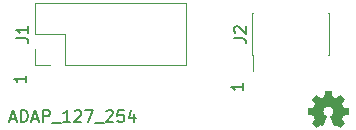
<source format=gbr>
G04 #@! TF.GenerationSoftware,KiCad,Pcbnew,5.1.5-52549c5~86~ubuntu18.04.1*
G04 #@! TF.CreationDate,2020-06-01T01:22:30-05:00*
G04 #@! TF.ProjectId,adap_127_254,61646170-5f31-4323-975f-3235342e6b69,rev?*
G04 #@! TF.SameCoordinates,Original*
G04 #@! TF.FileFunction,Legend,Top*
G04 #@! TF.FilePolarity,Positive*
%FSLAX46Y46*%
G04 Gerber Fmt 4.6, Leading zero omitted, Abs format (unit mm)*
G04 Created by KiCad (PCBNEW 5.1.5-52549c5~86~ubuntu18.04.1) date 2020-06-01 01:22:30*
%MOMM*%
%LPD*%
G04 APERTURE LIST*
%ADD10C,0.150000*%
%ADD11C,0.010000*%
%ADD12C,0.120000*%
G04 APERTURE END LIST*
D10*
X100759285Y-113831666D02*
X101235476Y-113831666D01*
X100664047Y-114117380D02*
X100997380Y-113117380D01*
X101330714Y-114117380D01*
X101664047Y-114117380D02*
X101664047Y-113117380D01*
X101902142Y-113117380D01*
X102045000Y-113165000D01*
X102140238Y-113260238D01*
X102187857Y-113355476D01*
X102235476Y-113545952D01*
X102235476Y-113688809D01*
X102187857Y-113879285D01*
X102140238Y-113974523D01*
X102045000Y-114069761D01*
X101902142Y-114117380D01*
X101664047Y-114117380D01*
X102616428Y-113831666D02*
X103092619Y-113831666D01*
X102521190Y-114117380D02*
X102854523Y-113117380D01*
X103187857Y-114117380D01*
X103521190Y-114117380D02*
X103521190Y-113117380D01*
X103902142Y-113117380D01*
X103997380Y-113165000D01*
X104045000Y-113212619D01*
X104092619Y-113307857D01*
X104092619Y-113450714D01*
X104045000Y-113545952D01*
X103997380Y-113593571D01*
X103902142Y-113641190D01*
X103521190Y-113641190D01*
X104283095Y-114212619D02*
X105045000Y-114212619D01*
X105806904Y-114117380D02*
X105235476Y-114117380D01*
X105521190Y-114117380D02*
X105521190Y-113117380D01*
X105425952Y-113260238D01*
X105330714Y-113355476D01*
X105235476Y-113403095D01*
X106187857Y-113212619D02*
X106235476Y-113165000D01*
X106330714Y-113117380D01*
X106568809Y-113117380D01*
X106664047Y-113165000D01*
X106711666Y-113212619D01*
X106759285Y-113307857D01*
X106759285Y-113403095D01*
X106711666Y-113545952D01*
X106140238Y-114117380D01*
X106759285Y-114117380D01*
X107092619Y-113117380D02*
X107759285Y-113117380D01*
X107330714Y-114117380D01*
X107902142Y-114212619D02*
X108664047Y-114212619D01*
X108854523Y-113212619D02*
X108902142Y-113165000D01*
X108997380Y-113117380D01*
X109235476Y-113117380D01*
X109330714Y-113165000D01*
X109378333Y-113212619D01*
X109425952Y-113307857D01*
X109425952Y-113403095D01*
X109378333Y-113545952D01*
X108806904Y-114117380D01*
X109425952Y-114117380D01*
X110330714Y-113117380D02*
X109854523Y-113117380D01*
X109806904Y-113593571D01*
X109854523Y-113545952D01*
X109949761Y-113498333D01*
X110187857Y-113498333D01*
X110283095Y-113545952D01*
X110330714Y-113593571D01*
X110378333Y-113688809D01*
X110378333Y-113926904D01*
X110330714Y-114022142D01*
X110283095Y-114069761D01*
X110187857Y-114117380D01*
X109949761Y-114117380D01*
X109854523Y-114069761D01*
X109806904Y-114022142D01*
X111235476Y-113450714D02*
X111235476Y-114117380D01*
X110997380Y-113069761D02*
X110759285Y-113784047D01*
X111378333Y-113784047D01*
X120467380Y-110839285D02*
X120467380Y-111410714D01*
X120467380Y-111125000D02*
X119467380Y-111125000D01*
X119610238Y-111220238D01*
X119705476Y-111315476D01*
X119753095Y-111410714D01*
X102052380Y-110204285D02*
X102052380Y-110775714D01*
X102052380Y-110490000D02*
X101052380Y-110490000D01*
X101195238Y-110585238D01*
X101290476Y-110680476D01*
X101338095Y-110775714D01*
D11*
G36*
X127660852Y-111530473D02*
G01*
X127695681Y-111530616D01*
X127729199Y-111530883D01*
X127760630Y-111531273D01*
X127789193Y-111531790D01*
X127814110Y-111532431D01*
X127834602Y-111533198D01*
X127849890Y-111534089D01*
X127859196Y-111535106D01*
X127861648Y-111535819D01*
X127863282Y-111538038D01*
X127865212Y-111542790D01*
X127867539Y-111550558D01*
X127870366Y-111561821D01*
X127873796Y-111577061D01*
X127877930Y-111596757D01*
X127882870Y-111621392D01*
X127888718Y-111651444D01*
X127895576Y-111687396D01*
X127903547Y-111729727D01*
X127908859Y-111758133D01*
X127916171Y-111797079D01*
X127923195Y-111834040D01*
X127929805Y-111868375D01*
X127935873Y-111899442D01*
X127941271Y-111926598D01*
X127945871Y-111949203D01*
X127949546Y-111966614D01*
X127952168Y-111978189D01*
X127953611Y-111983288D01*
X127953636Y-111983338D01*
X127958740Y-111990180D01*
X127962471Y-111992988D01*
X128022317Y-112017601D01*
X128075529Y-112039403D01*
X128122158Y-112058413D01*
X128162253Y-112074653D01*
X128195864Y-112088141D01*
X128223043Y-112098899D01*
X128243839Y-112106947D01*
X128258302Y-112112304D01*
X128266483Y-112114990D01*
X128268259Y-112115338D01*
X128269915Y-112115353D01*
X128271575Y-112115201D01*
X128273680Y-112114594D01*
X128276672Y-112113241D01*
X128280992Y-112110852D01*
X128287081Y-112107137D01*
X128295380Y-112101804D01*
X128306332Y-112094565D01*
X128320376Y-112085128D01*
X128337954Y-112073204D01*
X128359508Y-112058502D01*
X128385479Y-112040731D01*
X128416308Y-112019602D01*
X128452437Y-111994825D01*
X128475254Y-111979174D01*
X128505851Y-111958212D01*
X128534826Y-111938407D01*
X128561593Y-111920155D01*
X128585567Y-111903855D01*
X128606161Y-111889903D01*
X128622790Y-111878697D01*
X128634869Y-111870634D01*
X128641811Y-111866110D01*
X128643091Y-111865342D01*
X128650869Y-111862964D01*
X128659185Y-111865305D01*
X128661239Y-111866347D01*
X128665583Y-111869837D01*
X128674549Y-111878011D01*
X128687649Y-111890394D01*
X128704396Y-111906511D01*
X128724301Y-111925890D01*
X128746878Y-111948055D01*
X128771640Y-111972533D01*
X128798099Y-111998850D01*
X128820974Y-112021725D01*
X128852861Y-112053723D01*
X128879963Y-112081018D01*
X128902657Y-112104012D01*
X128921318Y-112123109D01*
X128936320Y-112138713D01*
X128948040Y-112151227D01*
X128956851Y-112161054D01*
X128963130Y-112168598D01*
X128967252Y-112174262D01*
X128969591Y-112178449D01*
X128970524Y-112181563D01*
X128970587Y-112182588D01*
X128969507Y-112186540D01*
X128966167Y-112193435D01*
X128960335Y-112203628D01*
X128951782Y-112217476D01*
X128940277Y-112235333D01*
X128925589Y-112257555D01*
X128907488Y-112284499D01*
X128885744Y-112316520D01*
X128860125Y-112353973D01*
X128849156Y-112369950D01*
X128827108Y-112402139D01*
X128806272Y-112432748D01*
X128787019Y-112461221D01*
X128769718Y-112487001D01*
X128754740Y-112509533D01*
X128742456Y-112528258D01*
X128733236Y-112542621D01*
X128727449Y-112552064D01*
X128725490Y-112555871D01*
X128725554Y-112559698D01*
X128727137Y-112566463D01*
X128730430Y-112576654D01*
X128735621Y-112590756D01*
X128742900Y-112609258D01*
X128752456Y-112632646D01*
X128764479Y-112661406D01*
X128779158Y-112696026D01*
X128789012Y-112719094D01*
X128803241Y-112752095D01*
X128816651Y-112782731D01*
X128828946Y-112810354D01*
X128839828Y-112834316D01*
X128849001Y-112853969D01*
X128856168Y-112868665D01*
X128861032Y-112877756D01*
X128862881Y-112880413D01*
X128868172Y-112883795D01*
X128877190Y-112887168D01*
X128890843Y-112890778D01*
X128910037Y-112894871D01*
X128930770Y-112898799D01*
X128990637Y-112909774D01*
X129045940Y-112919976D01*
X129096408Y-112929354D01*
X129141772Y-112937858D01*
X129181762Y-112945434D01*
X129216107Y-112952031D01*
X129244539Y-112957598D01*
X129266787Y-112962084D01*
X129282582Y-112965435D01*
X129291653Y-112967601D01*
X129293716Y-112968289D01*
X129300262Y-112974015D01*
X129302378Y-112977566D01*
X129302781Y-112982163D01*
X129303161Y-112993368D01*
X129303511Y-113010531D01*
X129303825Y-113033000D01*
X129304096Y-113060125D01*
X129304317Y-113091255D01*
X129304483Y-113125739D01*
X129304586Y-113162926D01*
X129304620Y-113200629D01*
X129304622Y-113246578D01*
X129304600Y-113285812D01*
X129304514Y-113318874D01*
X129304323Y-113346306D01*
X129303986Y-113368653D01*
X129303462Y-113386458D01*
X129302711Y-113400265D01*
X129301692Y-113410616D01*
X129300364Y-113418056D01*
X129298686Y-113423128D01*
X129296618Y-113426375D01*
X129294118Y-113428340D01*
X129291147Y-113429568D01*
X129287662Y-113430601D01*
X129287358Y-113430692D01*
X129282692Y-113431691D01*
X129271554Y-113433877D01*
X129254608Y-113437123D01*
X129232522Y-113441304D01*
X129205962Y-113446296D01*
X129175595Y-113451972D01*
X129142086Y-113458207D01*
X129106102Y-113464876D01*
X129081399Y-113469441D01*
X129037024Y-113477664D01*
X128999282Y-113484741D01*
X128967655Y-113490784D01*
X128941629Y-113495901D01*
X128920684Y-113500203D01*
X128904304Y-113503799D01*
X128891973Y-113506800D01*
X128883174Y-113509315D01*
X128877389Y-113511454D01*
X128874102Y-113513328D01*
X128873787Y-113513598D01*
X128870707Y-113518544D01*
X128865373Y-113529456D01*
X128858114Y-113545517D01*
X128849256Y-113565908D01*
X128839130Y-113589813D01*
X128828063Y-113616414D01*
X128816384Y-113644892D01*
X128804421Y-113674430D01*
X128792503Y-113704210D01*
X128780957Y-113733415D01*
X128770114Y-113761226D01*
X128760300Y-113786827D01*
X128751844Y-113809398D01*
X128745075Y-113828123D01*
X128740321Y-113842184D01*
X128737910Y-113850762D01*
X128737676Y-113852511D01*
X128738501Y-113856238D01*
X128741155Y-113862251D01*
X128745905Y-113870966D01*
X128753018Y-113882799D01*
X128762763Y-113898165D01*
X128775405Y-113917479D01*
X128791213Y-113941157D01*
X128810453Y-113969615D01*
X128833393Y-114003268D01*
X128854185Y-114033622D01*
X128882786Y-114075457D01*
X128907219Y-114111520D01*
X128927562Y-114141931D01*
X128943892Y-114166806D01*
X128956285Y-114186264D01*
X128964818Y-114200424D01*
X128969568Y-114209403D01*
X128970696Y-114212898D01*
X128969819Y-114215801D01*
X128966965Y-114220387D01*
X128961794Y-114227013D01*
X128953970Y-114236038D01*
X128943154Y-114247820D01*
X128929009Y-114262718D01*
X128911197Y-114281090D01*
X128889380Y-114303295D01*
X128863220Y-114329690D01*
X128832380Y-114360633D01*
X128815514Y-114377508D01*
X128779517Y-114413400D01*
X128748381Y-114444228D01*
X128721933Y-114470160D01*
X128699997Y-114491361D01*
X128682401Y-114507996D01*
X128668970Y-114520231D01*
X128659529Y-114528232D01*
X128653905Y-114532165D01*
X128652457Y-114532658D01*
X128650637Y-114532543D01*
X128648435Y-114532011D01*
X128645423Y-114530778D01*
X128641170Y-114528561D01*
X128635249Y-114525077D01*
X128627229Y-114520044D01*
X128616681Y-114513178D01*
X128603177Y-114504197D01*
X128586286Y-114492816D01*
X128565580Y-114478755D01*
X128540629Y-114461728D01*
X128511004Y-114441455D01*
X128476276Y-114417650D01*
X128436016Y-114390033D01*
X128433844Y-114388542D01*
X128406484Y-114369883D01*
X128380780Y-114352568D01*
X128357388Y-114337024D01*
X128336960Y-114323676D01*
X128320151Y-114312947D01*
X128307616Y-114305263D01*
X128300007Y-114301049D01*
X128298107Y-114300363D01*
X128292945Y-114302015D01*
X128282402Y-114306647D01*
X128267479Y-114313776D01*
X128249174Y-114322917D01*
X128228485Y-114333586D01*
X128216111Y-114340111D01*
X128194585Y-114351515D01*
X128174985Y-114361828D01*
X128158292Y-114370538D01*
X128145485Y-114377137D01*
X128137545Y-114381114D01*
X128135577Y-114382011D01*
X128128787Y-114381439D01*
X128122302Y-114377651D01*
X128119931Y-114373479D01*
X128115045Y-114363121D01*
X128107866Y-114347111D01*
X128098616Y-114325986D01*
X128087518Y-114300282D01*
X128074795Y-114270535D01*
X128060669Y-114237280D01*
X128045363Y-114201054D01*
X128029098Y-114162392D01*
X128012099Y-114121831D01*
X127994586Y-114079906D01*
X127976783Y-114037153D01*
X127958912Y-113994109D01*
X127941196Y-113951309D01*
X127923857Y-113909289D01*
X127907118Y-113868585D01*
X127891201Y-113829734D01*
X127876328Y-113793270D01*
X127862723Y-113759731D01*
X127850608Y-113729651D01*
X127840205Y-113703567D01*
X127831737Y-113682015D01*
X127825426Y-113665531D01*
X127821495Y-113654651D01*
X127820165Y-113649929D01*
X127820791Y-113643195D01*
X127823378Y-113637681D01*
X127829148Y-113632031D01*
X127839322Y-113624892D01*
X127847332Y-113619779D01*
X127898966Y-113584544D01*
X127943893Y-113547898D01*
X127982607Y-113509326D01*
X128015603Y-113468315D01*
X128043378Y-113424354D01*
X128052309Y-113407479D01*
X128074229Y-113356154D01*
X128089771Y-113302371D01*
X128098874Y-113247045D01*
X128101482Y-113191092D01*
X128097535Y-113135426D01*
X128086976Y-113080962D01*
X128075485Y-113043670D01*
X128052906Y-112991195D01*
X128024288Y-112942096D01*
X127990150Y-112896949D01*
X127951010Y-112856326D01*
X127907388Y-112820802D01*
X127859801Y-112790951D01*
X127836518Y-112779187D01*
X127783277Y-112758047D01*
X127729043Y-112743751D01*
X127674365Y-112736113D01*
X127619791Y-112734949D01*
X127565872Y-112740074D01*
X127513154Y-112751304D01*
X127462189Y-112768453D01*
X127413523Y-112791339D01*
X127367707Y-112819774D01*
X127325289Y-112853576D01*
X127286819Y-112892560D01*
X127252845Y-112936540D01*
X127223982Y-112985202D01*
X127203470Y-113029711D01*
X127188585Y-113073039D01*
X127178861Y-113117152D01*
X127173832Y-113164012D01*
X127172856Y-113200591D01*
X127174891Y-113249623D01*
X127181136Y-113294464D01*
X127192060Y-113337147D01*
X127208132Y-113379702D01*
X127220187Y-113405508D01*
X127244745Y-113448998D01*
X127273852Y-113489431D01*
X127308095Y-113527415D01*
X127348060Y-113563558D01*
X127394331Y-113598470D01*
X127426297Y-113619671D01*
X127439441Y-113628285D01*
X127447509Y-113634626D01*
X127451719Y-113640041D01*
X127453287Y-113645878D01*
X127453464Y-113649759D01*
X127452107Y-113654196D01*
X127448167Y-113664793D01*
X127441865Y-113681016D01*
X127433422Y-113702328D01*
X127423060Y-113728195D01*
X127410998Y-113758081D01*
X127397459Y-113791450D01*
X127382664Y-113827768D01*
X127366832Y-113866498D01*
X127350186Y-113907106D01*
X127332946Y-113949055D01*
X127315334Y-113991812D01*
X127297570Y-114034840D01*
X127279876Y-114077603D01*
X127262473Y-114119568D01*
X127245580Y-114160197D01*
X127229421Y-114198957D01*
X127214215Y-114235311D01*
X127200184Y-114268723D01*
X127187548Y-114298660D01*
X127176529Y-114324585D01*
X127167348Y-114345963D01*
X127160226Y-114362258D01*
X127155383Y-114372936D01*
X127153041Y-114377460D01*
X127153015Y-114377492D01*
X127147209Y-114382518D01*
X127143798Y-114383844D01*
X127139684Y-114382207D01*
X127130090Y-114377607D01*
X127115935Y-114370508D01*
X127098137Y-114361376D01*
X127077615Y-114350676D01*
X127061368Y-114342103D01*
X127039209Y-114330506D01*
X127018867Y-114320147D01*
X127001313Y-114311497D01*
X126987514Y-114305027D01*
X126978441Y-114301207D01*
X126975399Y-114300363D01*
X126971136Y-114302369D01*
X126961468Y-114308142D01*
X126946956Y-114317311D01*
X126928162Y-114329509D01*
X126905646Y-114344364D01*
X126879969Y-114361508D01*
X126851693Y-114380571D01*
X126821379Y-114401185D01*
X126798996Y-114416510D01*
X126763460Y-114440810D01*
X126730948Y-114462842D01*
X126701865Y-114482340D01*
X126676614Y-114499041D01*
X126655600Y-114512679D01*
X126639229Y-114522990D01*
X126627903Y-114529709D01*
X126622029Y-114532571D01*
X126621537Y-114532658D01*
X126618166Y-114531147D01*
X126611876Y-114526451D01*
X126602404Y-114518320D01*
X126589489Y-114506508D01*
X126572871Y-114490764D01*
X126552288Y-114470843D01*
X126527478Y-114446494D01*
X126498180Y-114417471D01*
X126464133Y-114383525D01*
X126458083Y-114377476D01*
X126425015Y-114344351D01*
X126396778Y-114315946D01*
X126373028Y-114291892D01*
X126353418Y-114271822D01*
X126337602Y-114255368D01*
X126325234Y-114242162D01*
X126315967Y-114231837D01*
X126309456Y-114224025D01*
X126305355Y-114218357D01*
X126303317Y-114214467D01*
X126302933Y-114212598D01*
X126304548Y-114207914D01*
X126309479Y-114198741D01*
X126317853Y-114184881D01*
X126329801Y-114166137D01*
X126345449Y-114142310D01*
X126364928Y-114113202D01*
X126388365Y-114078615D01*
X126415889Y-114038351D01*
X126419444Y-114033171D01*
X126445611Y-113994967D01*
X126467856Y-113962292D01*
X126486438Y-113934743D01*
X126501619Y-113911915D01*
X126513659Y-113893405D01*
X126522817Y-113878808D01*
X126529355Y-113867720D01*
X126533531Y-113859738D01*
X126535607Y-113854458D01*
X126535954Y-113852329D01*
X126534604Y-113846284D01*
X126530775Y-113834414D01*
X126524794Y-113817538D01*
X126516992Y-113796474D01*
X126507695Y-113772040D01*
X126497233Y-113745053D01*
X126485934Y-113716332D01*
X126474127Y-113686694D01*
X126462141Y-113656959D01*
X126450304Y-113627943D01*
X126438945Y-113600465D01*
X126428392Y-113575342D01*
X126418973Y-113553393D01*
X126411019Y-113535436D01*
X126404857Y-113522289D01*
X126400815Y-113514770D01*
X126399843Y-113513499D01*
X126396989Y-113511670D01*
X126391856Y-113509613D01*
X126383926Y-113507217D01*
X126372680Y-113504372D01*
X126357602Y-113500968D01*
X126338174Y-113496894D01*
X126313878Y-113492039D01*
X126284198Y-113486293D01*
X126248615Y-113479545D01*
X126206612Y-113471685D01*
X126187603Y-113468150D01*
X126140849Y-113459418D01*
X126100848Y-113451835D01*
X126067201Y-113445318D01*
X126039507Y-113439781D01*
X126017368Y-113435142D01*
X126000382Y-113431316D01*
X125988151Y-113428219D01*
X125980273Y-113425766D01*
X125976350Y-113423875D01*
X125976179Y-113423731D01*
X125974688Y-113422194D01*
X125973420Y-113420122D01*
X125972356Y-113416956D01*
X125971479Y-113412136D01*
X125970770Y-113405106D01*
X125970211Y-113395306D01*
X125969785Y-113382178D01*
X125969474Y-113365164D01*
X125969259Y-113343704D01*
X125969123Y-113317242D01*
X125969048Y-113285217D01*
X125969016Y-113247073D01*
X125969010Y-113202250D01*
X125969010Y-113200326D01*
X125969046Y-113161181D01*
X125969152Y-113124113D01*
X125969320Y-113089775D01*
X125969543Y-113058817D01*
X125969816Y-113031890D01*
X125970132Y-113009646D01*
X125970484Y-112992737D01*
X125970865Y-112981813D01*
X125971251Y-112977566D01*
X125976256Y-112970896D01*
X125979755Y-112968373D01*
X125984390Y-112967112D01*
X125995510Y-112964669D01*
X126012462Y-112961174D01*
X126034593Y-112956753D01*
X126061247Y-112951536D01*
X126091771Y-112945650D01*
X126125512Y-112939225D01*
X126161814Y-112932387D01*
X126192568Y-112926649D01*
X126240989Y-112917595D01*
X126282570Y-112909690D01*
X126317629Y-112902868D01*
X126346482Y-112897062D01*
X126369447Y-112892207D01*
X126386841Y-112888235D01*
X126398982Y-112885081D01*
X126406185Y-112882679D01*
X126408192Y-112881629D01*
X126411861Y-112876667D01*
X126417864Y-112865822D01*
X126425846Y-112849917D01*
X126435452Y-112829777D01*
X126446327Y-112806226D01*
X126458116Y-112780088D01*
X126470462Y-112752186D01*
X126483012Y-112723345D01*
X126495409Y-112694388D01*
X126507299Y-112666141D01*
X126518326Y-112639425D01*
X126528135Y-112615067D01*
X126536370Y-112593888D01*
X126542677Y-112576715D01*
X126546700Y-112564370D01*
X126548085Y-112557677D01*
X126548048Y-112557243D01*
X126545717Y-112552501D01*
X126539616Y-112542353D01*
X126530114Y-112527356D01*
X126517580Y-112508068D01*
X126502382Y-112485048D01*
X126484888Y-112458854D01*
X126465465Y-112430043D01*
X126444484Y-112399174D01*
X126424725Y-112370318D01*
X126397522Y-112330634D01*
X126374283Y-112296520D01*
X126354775Y-112267621D01*
X126338771Y-112243580D01*
X126326037Y-112224044D01*
X126316346Y-112208656D01*
X126309465Y-112197061D01*
X126305165Y-112188903D01*
X126303216Y-112183828D01*
X126303042Y-112182587D01*
X126303521Y-112179800D01*
X126305253Y-112176099D01*
X126308613Y-112171084D01*
X126313973Y-112164354D01*
X126321706Y-112155508D01*
X126332184Y-112144146D01*
X126345782Y-112129867D01*
X126362871Y-112112270D01*
X126383825Y-112090954D01*
X126409016Y-112065520D01*
X126438817Y-112035565D01*
X126454470Y-112019864D01*
X126482059Y-111992284D01*
X126508301Y-111966207D01*
X126532720Y-111942098D01*
X126554838Y-111920419D01*
X126574181Y-111901632D01*
X126590272Y-111886201D01*
X126602634Y-111874587D01*
X126610792Y-111867254D01*
X126614141Y-111864699D01*
X126622758Y-111862969D01*
X126627789Y-111863585D01*
X126631697Y-111865969D01*
X126641052Y-111872106D01*
X126655318Y-111881634D01*
X126673962Y-111894193D01*
X126696450Y-111909419D01*
X126722247Y-111926952D01*
X126750820Y-111946430D01*
X126781634Y-111967491D01*
X126814155Y-111989773D01*
X126815243Y-111990520D01*
X126850734Y-112014777D01*
X126883671Y-112037110D01*
X126913610Y-112057227D01*
X126940110Y-112074837D01*
X126962727Y-112089650D01*
X126981020Y-112101376D01*
X126994545Y-112109723D01*
X127002861Y-112114401D01*
X127005310Y-112115338D01*
X127009920Y-112114011D01*
X127020398Y-112110256D01*
X127035899Y-112104412D01*
X127055580Y-112096817D01*
X127078595Y-112087810D01*
X127104103Y-112077730D01*
X127131257Y-112066916D01*
X127159215Y-112055707D01*
X127187133Y-112044441D01*
X127214166Y-112033457D01*
X127239471Y-112023094D01*
X127262203Y-112013691D01*
X127281519Y-112005586D01*
X127296575Y-111999119D01*
X127306526Y-111994628D01*
X127308758Y-111993528D01*
X127316707Y-111987771D01*
X127321089Y-111982085D01*
X127322232Y-111977438D01*
X127324575Y-111966291D01*
X127327996Y-111949279D01*
X127332370Y-111927041D01*
X127337575Y-111900212D01*
X127343486Y-111869429D01*
X127349980Y-111835329D01*
X127356935Y-111798549D01*
X127364225Y-111759725D01*
X127364512Y-111758192D01*
X127373194Y-111711955D01*
X127380698Y-111672377D01*
X127387129Y-111638972D01*
X127392590Y-111611254D01*
X127397185Y-111588737D01*
X127401017Y-111570934D01*
X127404190Y-111557359D01*
X127406809Y-111547527D01*
X127408975Y-111540951D01*
X127410793Y-111537144D01*
X127411900Y-111535878D01*
X127416985Y-111534780D01*
X127428550Y-111533806D01*
X127445815Y-111532955D01*
X127468001Y-111532228D01*
X127494330Y-111531625D01*
X127524022Y-111531146D01*
X127556300Y-111530792D01*
X127590383Y-111530562D01*
X127625494Y-111530455D01*
X127660852Y-111530473D01*
G37*
X127660852Y-111530473D02*
X127695681Y-111530616D01*
X127729199Y-111530883D01*
X127760630Y-111531273D01*
X127789193Y-111531790D01*
X127814110Y-111532431D01*
X127834602Y-111533198D01*
X127849890Y-111534089D01*
X127859196Y-111535106D01*
X127861648Y-111535819D01*
X127863282Y-111538038D01*
X127865212Y-111542790D01*
X127867539Y-111550558D01*
X127870366Y-111561821D01*
X127873796Y-111577061D01*
X127877930Y-111596757D01*
X127882870Y-111621392D01*
X127888718Y-111651444D01*
X127895576Y-111687396D01*
X127903547Y-111729727D01*
X127908859Y-111758133D01*
X127916171Y-111797079D01*
X127923195Y-111834040D01*
X127929805Y-111868375D01*
X127935873Y-111899442D01*
X127941271Y-111926598D01*
X127945871Y-111949203D01*
X127949546Y-111966614D01*
X127952168Y-111978189D01*
X127953611Y-111983288D01*
X127953636Y-111983338D01*
X127958740Y-111990180D01*
X127962471Y-111992988D01*
X128022317Y-112017601D01*
X128075529Y-112039403D01*
X128122158Y-112058413D01*
X128162253Y-112074653D01*
X128195864Y-112088141D01*
X128223043Y-112098899D01*
X128243839Y-112106947D01*
X128258302Y-112112304D01*
X128266483Y-112114990D01*
X128268259Y-112115338D01*
X128269915Y-112115353D01*
X128271575Y-112115201D01*
X128273680Y-112114594D01*
X128276672Y-112113241D01*
X128280992Y-112110852D01*
X128287081Y-112107137D01*
X128295380Y-112101804D01*
X128306332Y-112094565D01*
X128320376Y-112085128D01*
X128337954Y-112073204D01*
X128359508Y-112058502D01*
X128385479Y-112040731D01*
X128416308Y-112019602D01*
X128452437Y-111994825D01*
X128475254Y-111979174D01*
X128505851Y-111958212D01*
X128534826Y-111938407D01*
X128561593Y-111920155D01*
X128585567Y-111903855D01*
X128606161Y-111889903D01*
X128622790Y-111878697D01*
X128634869Y-111870634D01*
X128641811Y-111866110D01*
X128643091Y-111865342D01*
X128650869Y-111862964D01*
X128659185Y-111865305D01*
X128661239Y-111866347D01*
X128665583Y-111869837D01*
X128674549Y-111878011D01*
X128687649Y-111890394D01*
X128704396Y-111906511D01*
X128724301Y-111925890D01*
X128746878Y-111948055D01*
X128771640Y-111972533D01*
X128798099Y-111998850D01*
X128820974Y-112021725D01*
X128852861Y-112053723D01*
X128879963Y-112081018D01*
X128902657Y-112104012D01*
X128921318Y-112123109D01*
X128936320Y-112138713D01*
X128948040Y-112151227D01*
X128956851Y-112161054D01*
X128963130Y-112168598D01*
X128967252Y-112174262D01*
X128969591Y-112178449D01*
X128970524Y-112181563D01*
X128970587Y-112182588D01*
X128969507Y-112186540D01*
X128966167Y-112193435D01*
X128960335Y-112203628D01*
X128951782Y-112217476D01*
X128940277Y-112235333D01*
X128925589Y-112257555D01*
X128907488Y-112284499D01*
X128885744Y-112316520D01*
X128860125Y-112353973D01*
X128849156Y-112369950D01*
X128827108Y-112402139D01*
X128806272Y-112432748D01*
X128787019Y-112461221D01*
X128769718Y-112487001D01*
X128754740Y-112509533D01*
X128742456Y-112528258D01*
X128733236Y-112542621D01*
X128727449Y-112552064D01*
X128725490Y-112555871D01*
X128725554Y-112559698D01*
X128727137Y-112566463D01*
X128730430Y-112576654D01*
X128735621Y-112590756D01*
X128742900Y-112609258D01*
X128752456Y-112632646D01*
X128764479Y-112661406D01*
X128779158Y-112696026D01*
X128789012Y-112719094D01*
X128803241Y-112752095D01*
X128816651Y-112782731D01*
X128828946Y-112810354D01*
X128839828Y-112834316D01*
X128849001Y-112853969D01*
X128856168Y-112868665D01*
X128861032Y-112877756D01*
X128862881Y-112880413D01*
X128868172Y-112883795D01*
X128877190Y-112887168D01*
X128890843Y-112890778D01*
X128910037Y-112894871D01*
X128930770Y-112898799D01*
X128990637Y-112909774D01*
X129045940Y-112919976D01*
X129096408Y-112929354D01*
X129141772Y-112937858D01*
X129181762Y-112945434D01*
X129216107Y-112952031D01*
X129244539Y-112957598D01*
X129266787Y-112962084D01*
X129282582Y-112965435D01*
X129291653Y-112967601D01*
X129293716Y-112968289D01*
X129300262Y-112974015D01*
X129302378Y-112977566D01*
X129302781Y-112982163D01*
X129303161Y-112993368D01*
X129303511Y-113010531D01*
X129303825Y-113033000D01*
X129304096Y-113060125D01*
X129304317Y-113091255D01*
X129304483Y-113125739D01*
X129304586Y-113162926D01*
X129304620Y-113200629D01*
X129304622Y-113246578D01*
X129304600Y-113285812D01*
X129304514Y-113318874D01*
X129304323Y-113346306D01*
X129303986Y-113368653D01*
X129303462Y-113386458D01*
X129302711Y-113400265D01*
X129301692Y-113410616D01*
X129300364Y-113418056D01*
X129298686Y-113423128D01*
X129296618Y-113426375D01*
X129294118Y-113428340D01*
X129291147Y-113429568D01*
X129287662Y-113430601D01*
X129287358Y-113430692D01*
X129282692Y-113431691D01*
X129271554Y-113433877D01*
X129254608Y-113437123D01*
X129232522Y-113441304D01*
X129205962Y-113446296D01*
X129175595Y-113451972D01*
X129142086Y-113458207D01*
X129106102Y-113464876D01*
X129081399Y-113469441D01*
X129037024Y-113477664D01*
X128999282Y-113484741D01*
X128967655Y-113490784D01*
X128941629Y-113495901D01*
X128920684Y-113500203D01*
X128904304Y-113503799D01*
X128891973Y-113506800D01*
X128883174Y-113509315D01*
X128877389Y-113511454D01*
X128874102Y-113513328D01*
X128873787Y-113513598D01*
X128870707Y-113518544D01*
X128865373Y-113529456D01*
X128858114Y-113545517D01*
X128849256Y-113565908D01*
X128839130Y-113589813D01*
X128828063Y-113616414D01*
X128816384Y-113644892D01*
X128804421Y-113674430D01*
X128792503Y-113704210D01*
X128780957Y-113733415D01*
X128770114Y-113761226D01*
X128760300Y-113786827D01*
X128751844Y-113809398D01*
X128745075Y-113828123D01*
X128740321Y-113842184D01*
X128737910Y-113850762D01*
X128737676Y-113852511D01*
X128738501Y-113856238D01*
X128741155Y-113862251D01*
X128745905Y-113870966D01*
X128753018Y-113882799D01*
X128762763Y-113898165D01*
X128775405Y-113917479D01*
X128791213Y-113941157D01*
X128810453Y-113969615D01*
X128833393Y-114003268D01*
X128854185Y-114033622D01*
X128882786Y-114075457D01*
X128907219Y-114111520D01*
X128927562Y-114141931D01*
X128943892Y-114166806D01*
X128956285Y-114186264D01*
X128964818Y-114200424D01*
X128969568Y-114209403D01*
X128970696Y-114212898D01*
X128969819Y-114215801D01*
X128966965Y-114220387D01*
X128961794Y-114227013D01*
X128953970Y-114236038D01*
X128943154Y-114247820D01*
X128929009Y-114262718D01*
X128911197Y-114281090D01*
X128889380Y-114303295D01*
X128863220Y-114329690D01*
X128832380Y-114360633D01*
X128815514Y-114377508D01*
X128779517Y-114413400D01*
X128748381Y-114444228D01*
X128721933Y-114470160D01*
X128699997Y-114491361D01*
X128682401Y-114507996D01*
X128668970Y-114520231D01*
X128659529Y-114528232D01*
X128653905Y-114532165D01*
X128652457Y-114532658D01*
X128650637Y-114532543D01*
X128648435Y-114532011D01*
X128645423Y-114530778D01*
X128641170Y-114528561D01*
X128635249Y-114525077D01*
X128627229Y-114520044D01*
X128616681Y-114513178D01*
X128603177Y-114504197D01*
X128586286Y-114492816D01*
X128565580Y-114478755D01*
X128540629Y-114461728D01*
X128511004Y-114441455D01*
X128476276Y-114417650D01*
X128436016Y-114390033D01*
X128433844Y-114388542D01*
X128406484Y-114369883D01*
X128380780Y-114352568D01*
X128357388Y-114337024D01*
X128336960Y-114323676D01*
X128320151Y-114312947D01*
X128307616Y-114305263D01*
X128300007Y-114301049D01*
X128298107Y-114300363D01*
X128292945Y-114302015D01*
X128282402Y-114306647D01*
X128267479Y-114313776D01*
X128249174Y-114322917D01*
X128228485Y-114333586D01*
X128216111Y-114340111D01*
X128194585Y-114351515D01*
X128174985Y-114361828D01*
X128158292Y-114370538D01*
X128145485Y-114377137D01*
X128137545Y-114381114D01*
X128135577Y-114382011D01*
X128128787Y-114381439D01*
X128122302Y-114377651D01*
X128119931Y-114373479D01*
X128115045Y-114363121D01*
X128107866Y-114347111D01*
X128098616Y-114325986D01*
X128087518Y-114300282D01*
X128074795Y-114270535D01*
X128060669Y-114237280D01*
X128045363Y-114201054D01*
X128029098Y-114162392D01*
X128012099Y-114121831D01*
X127994586Y-114079906D01*
X127976783Y-114037153D01*
X127958912Y-113994109D01*
X127941196Y-113951309D01*
X127923857Y-113909289D01*
X127907118Y-113868585D01*
X127891201Y-113829734D01*
X127876328Y-113793270D01*
X127862723Y-113759731D01*
X127850608Y-113729651D01*
X127840205Y-113703567D01*
X127831737Y-113682015D01*
X127825426Y-113665531D01*
X127821495Y-113654651D01*
X127820165Y-113649929D01*
X127820791Y-113643195D01*
X127823378Y-113637681D01*
X127829148Y-113632031D01*
X127839322Y-113624892D01*
X127847332Y-113619779D01*
X127898966Y-113584544D01*
X127943893Y-113547898D01*
X127982607Y-113509326D01*
X128015603Y-113468315D01*
X128043378Y-113424354D01*
X128052309Y-113407479D01*
X128074229Y-113356154D01*
X128089771Y-113302371D01*
X128098874Y-113247045D01*
X128101482Y-113191092D01*
X128097535Y-113135426D01*
X128086976Y-113080962D01*
X128075485Y-113043670D01*
X128052906Y-112991195D01*
X128024288Y-112942096D01*
X127990150Y-112896949D01*
X127951010Y-112856326D01*
X127907388Y-112820802D01*
X127859801Y-112790951D01*
X127836518Y-112779187D01*
X127783277Y-112758047D01*
X127729043Y-112743751D01*
X127674365Y-112736113D01*
X127619791Y-112734949D01*
X127565872Y-112740074D01*
X127513154Y-112751304D01*
X127462189Y-112768453D01*
X127413523Y-112791339D01*
X127367707Y-112819774D01*
X127325289Y-112853576D01*
X127286819Y-112892560D01*
X127252845Y-112936540D01*
X127223982Y-112985202D01*
X127203470Y-113029711D01*
X127188585Y-113073039D01*
X127178861Y-113117152D01*
X127173832Y-113164012D01*
X127172856Y-113200591D01*
X127174891Y-113249623D01*
X127181136Y-113294464D01*
X127192060Y-113337147D01*
X127208132Y-113379702D01*
X127220187Y-113405508D01*
X127244745Y-113448998D01*
X127273852Y-113489431D01*
X127308095Y-113527415D01*
X127348060Y-113563558D01*
X127394331Y-113598470D01*
X127426297Y-113619671D01*
X127439441Y-113628285D01*
X127447509Y-113634626D01*
X127451719Y-113640041D01*
X127453287Y-113645878D01*
X127453464Y-113649759D01*
X127452107Y-113654196D01*
X127448167Y-113664793D01*
X127441865Y-113681016D01*
X127433422Y-113702328D01*
X127423060Y-113728195D01*
X127410998Y-113758081D01*
X127397459Y-113791450D01*
X127382664Y-113827768D01*
X127366832Y-113866498D01*
X127350186Y-113907106D01*
X127332946Y-113949055D01*
X127315334Y-113991812D01*
X127297570Y-114034840D01*
X127279876Y-114077603D01*
X127262473Y-114119568D01*
X127245580Y-114160197D01*
X127229421Y-114198957D01*
X127214215Y-114235311D01*
X127200184Y-114268723D01*
X127187548Y-114298660D01*
X127176529Y-114324585D01*
X127167348Y-114345963D01*
X127160226Y-114362258D01*
X127155383Y-114372936D01*
X127153041Y-114377460D01*
X127153015Y-114377492D01*
X127147209Y-114382518D01*
X127143798Y-114383844D01*
X127139684Y-114382207D01*
X127130090Y-114377607D01*
X127115935Y-114370508D01*
X127098137Y-114361376D01*
X127077615Y-114350676D01*
X127061368Y-114342103D01*
X127039209Y-114330506D01*
X127018867Y-114320147D01*
X127001313Y-114311497D01*
X126987514Y-114305027D01*
X126978441Y-114301207D01*
X126975399Y-114300363D01*
X126971136Y-114302369D01*
X126961468Y-114308142D01*
X126946956Y-114317311D01*
X126928162Y-114329509D01*
X126905646Y-114344364D01*
X126879969Y-114361508D01*
X126851693Y-114380571D01*
X126821379Y-114401185D01*
X126798996Y-114416510D01*
X126763460Y-114440810D01*
X126730948Y-114462842D01*
X126701865Y-114482340D01*
X126676614Y-114499041D01*
X126655600Y-114512679D01*
X126639229Y-114522990D01*
X126627903Y-114529709D01*
X126622029Y-114532571D01*
X126621537Y-114532658D01*
X126618166Y-114531147D01*
X126611876Y-114526451D01*
X126602404Y-114518320D01*
X126589489Y-114506508D01*
X126572871Y-114490764D01*
X126552288Y-114470843D01*
X126527478Y-114446494D01*
X126498180Y-114417471D01*
X126464133Y-114383525D01*
X126458083Y-114377476D01*
X126425015Y-114344351D01*
X126396778Y-114315946D01*
X126373028Y-114291892D01*
X126353418Y-114271822D01*
X126337602Y-114255368D01*
X126325234Y-114242162D01*
X126315967Y-114231837D01*
X126309456Y-114224025D01*
X126305355Y-114218357D01*
X126303317Y-114214467D01*
X126302933Y-114212598D01*
X126304548Y-114207914D01*
X126309479Y-114198741D01*
X126317853Y-114184881D01*
X126329801Y-114166137D01*
X126345449Y-114142310D01*
X126364928Y-114113202D01*
X126388365Y-114078615D01*
X126415889Y-114038351D01*
X126419444Y-114033171D01*
X126445611Y-113994967D01*
X126467856Y-113962292D01*
X126486438Y-113934743D01*
X126501619Y-113911915D01*
X126513659Y-113893405D01*
X126522817Y-113878808D01*
X126529355Y-113867720D01*
X126533531Y-113859738D01*
X126535607Y-113854458D01*
X126535954Y-113852329D01*
X126534604Y-113846284D01*
X126530775Y-113834414D01*
X126524794Y-113817538D01*
X126516992Y-113796474D01*
X126507695Y-113772040D01*
X126497233Y-113745053D01*
X126485934Y-113716332D01*
X126474127Y-113686694D01*
X126462141Y-113656959D01*
X126450304Y-113627943D01*
X126438945Y-113600465D01*
X126428392Y-113575342D01*
X126418973Y-113553393D01*
X126411019Y-113535436D01*
X126404857Y-113522289D01*
X126400815Y-113514770D01*
X126399843Y-113513499D01*
X126396989Y-113511670D01*
X126391856Y-113509613D01*
X126383926Y-113507217D01*
X126372680Y-113504372D01*
X126357602Y-113500968D01*
X126338174Y-113496894D01*
X126313878Y-113492039D01*
X126284198Y-113486293D01*
X126248615Y-113479545D01*
X126206612Y-113471685D01*
X126187603Y-113468150D01*
X126140849Y-113459418D01*
X126100848Y-113451835D01*
X126067201Y-113445318D01*
X126039507Y-113439781D01*
X126017368Y-113435142D01*
X126000382Y-113431316D01*
X125988151Y-113428219D01*
X125980273Y-113425766D01*
X125976350Y-113423875D01*
X125976179Y-113423731D01*
X125974688Y-113422194D01*
X125973420Y-113420122D01*
X125972356Y-113416956D01*
X125971479Y-113412136D01*
X125970770Y-113405106D01*
X125970211Y-113395306D01*
X125969785Y-113382178D01*
X125969474Y-113365164D01*
X125969259Y-113343704D01*
X125969123Y-113317242D01*
X125969048Y-113285217D01*
X125969016Y-113247073D01*
X125969010Y-113202250D01*
X125969010Y-113200326D01*
X125969046Y-113161181D01*
X125969152Y-113124113D01*
X125969320Y-113089775D01*
X125969543Y-113058817D01*
X125969816Y-113031890D01*
X125970132Y-113009646D01*
X125970484Y-112992737D01*
X125970865Y-112981813D01*
X125971251Y-112977566D01*
X125976256Y-112970896D01*
X125979755Y-112968373D01*
X125984390Y-112967112D01*
X125995510Y-112964669D01*
X126012462Y-112961174D01*
X126034593Y-112956753D01*
X126061247Y-112951536D01*
X126091771Y-112945650D01*
X126125512Y-112939225D01*
X126161814Y-112932387D01*
X126192568Y-112926649D01*
X126240989Y-112917595D01*
X126282570Y-112909690D01*
X126317629Y-112902868D01*
X126346482Y-112897062D01*
X126369447Y-112892207D01*
X126386841Y-112888235D01*
X126398982Y-112885081D01*
X126406185Y-112882679D01*
X126408192Y-112881629D01*
X126411861Y-112876667D01*
X126417864Y-112865822D01*
X126425846Y-112849917D01*
X126435452Y-112829777D01*
X126446327Y-112806226D01*
X126458116Y-112780088D01*
X126470462Y-112752186D01*
X126483012Y-112723345D01*
X126495409Y-112694388D01*
X126507299Y-112666141D01*
X126518326Y-112639425D01*
X126528135Y-112615067D01*
X126536370Y-112593888D01*
X126542677Y-112576715D01*
X126546700Y-112564370D01*
X126548085Y-112557677D01*
X126548048Y-112557243D01*
X126545717Y-112552501D01*
X126539616Y-112542353D01*
X126530114Y-112527356D01*
X126517580Y-112508068D01*
X126502382Y-112485048D01*
X126484888Y-112458854D01*
X126465465Y-112430043D01*
X126444484Y-112399174D01*
X126424725Y-112370318D01*
X126397522Y-112330634D01*
X126374283Y-112296520D01*
X126354775Y-112267621D01*
X126338771Y-112243580D01*
X126326037Y-112224044D01*
X126316346Y-112208656D01*
X126309465Y-112197061D01*
X126305165Y-112188903D01*
X126303216Y-112183828D01*
X126303042Y-112182587D01*
X126303521Y-112179800D01*
X126305253Y-112176099D01*
X126308613Y-112171084D01*
X126313973Y-112164354D01*
X126321706Y-112155508D01*
X126332184Y-112144146D01*
X126345782Y-112129867D01*
X126362871Y-112112270D01*
X126383825Y-112090954D01*
X126409016Y-112065520D01*
X126438817Y-112035565D01*
X126454470Y-112019864D01*
X126482059Y-111992284D01*
X126508301Y-111966207D01*
X126532720Y-111942098D01*
X126554838Y-111920419D01*
X126574181Y-111901632D01*
X126590272Y-111886201D01*
X126602634Y-111874587D01*
X126610792Y-111867254D01*
X126614141Y-111864699D01*
X126622758Y-111862969D01*
X126627789Y-111863585D01*
X126631697Y-111865969D01*
X126641052Y-111872106D01*
X126655318Y-111881634D01*
X126673962Y-111894193D01*
X126696450Y-111909419D01*
X126722247Y-111926952D01*
X126750820Y-111946430D01*
X126781634Y-111967491D01*
X126814155Y-111989773D01*
X126815243Y-111990520D01*
X126850734Y-112014777D01*
X126883671Y-112037110D01*
X126913610Y-112057227D01*
X126940110Y-112074837D01*
X126962727Y-112089650D01*
X126981020Y-112101376D01*
X126994545Y-112109723D01*
X127002861Y-112114401D01*
X127005310Y-112115338D01*
X127009920Y-112114011D01*
X127020398Y-112110256D01*
X127035899Y-112104412D01*
X127055580Y-112096817D01*
X127078595Y-112087810D01*
X127104103Y-112077730D01*
X127131257Y-112066916D01*
X127159215Y-112055707D01*
X127187133Y-112044441D01*
X127214166Y-112033457D01*
X127239471Y-112023094D01*
X127262203Y-112013691D01*
X127281519Y-112005586D01*
X127296575Y-111999119D01*
X127306526Y-111994628D01*
X127308758Y-111993528D01*
X127316707Y-111987771D01*
X127321089Y-111982085D01*
X127322232Y-111977438D01*
X127324575Y-111966291D01*
X127327996Y-111949279D01*
X127332370Y-111927041D01*
X127337575Y-111900212D01*
X127343486Y-111869429D01*
X127349980Y-111835329D01*
X127356935Y-111798549D01*
X127364225Y-111759725D01*
X127364512Y-111758192D01*
X127373194Y-111711955D01*
X127380698Y-111672377D01*
X127387129Y-111638972D01*
X127392590Y-111611254D01*
X127397185Y-111588737D01*
X127401017Y-111570934D01*
X127404190Y-111557359D01*
X127406809Y-111547527D01*
X127408975Y-111540951D01*
X127410793Y-111537144D01*
X127411900Y-111535878D01*
X127416985Y-111534780D01*
X127428550Y-111533806D01*
X127445815Y-111532955D01*
X127468001Y-111532228D01*
X127494330Y-111531625D01*
X127524022Y-111531146D01*
X127556300Y-111530792D01*
X127590383Y-111530562D01*
X127625494Y-111530455D01*
X127660852Y-111530473D01*
D12*
X127630000Y-104915000D02*
X127695000Y-104915000D01*
X127630000Y-108445000D02*
X127695000Y-108445000D01*
X121225000Y-104915000D02*
X121290000Y-104915000D01*
X121225000Y-108445000D02*
X121290000Y-108445000D01*
X121290000Y-109770000D02*
X121290000Y-108445000D01*
X127695000Y-108445000D02*
X127695000Y-104915000D01*
X121225000Y-108445000D02*
X121225000Y-104915000D01*
X102810000Y-109280000D02*
X102810000Y-107950000D01*
X104140000Y-109280000D02*
X102810000Y-109280000D01*
X102810000Y-106680000D02*
X102810000Y-104080000D01*
X105410000Y-106680000D02*
X102810000Y-106680000D01*
X105410000Y-109280000D02*
X105410000Y-106680000D01*
X102810000Y-104080000D02*
X115630000Y-104080000D01*
X105410000Y-109280000D02*
X115630000Y-109280000D01*
X115630000Y-109280000D02*
X115630000Y-104080000D01*
D10*
X119677380Y-107013333D02*
X120391666Y-107013333D01*
X120534523Y-107060952D01*
X120629761Y-107156190D01*
X120677380Y-107299047D01*
X120677380Y-107394285D01*
X119772619Y-106584761D02*
X119725000Y-106537142D01*
X119677380Y-106441904D01*
X119677380Y-106203809D01*
X119725000Y-106108571D01*
X119772619Y-106060952D01*
X119867857Y-106013333D01*
X119963095Y-106013333D01*
X120105952Y-106060952D01*
X120677380Y-106632380D01*
X120677380Y-106013333D01*
X101262380Y-107013333D02*
X101976666Y-107013333D01*
X102119523Y-107060952D01*
X102214761Y-107156190D01*
X102262380Y-107299047D01*
X102262380Y-107394285D01*
X102262380Y-106013333D02*
X102262380Y-106584761D01*
X102262380Y-106299047D02*
X101262380Y-106299047D01*
X101405238Y-106394285D01*
X101500476Y-106489523D01*
X101548095Y-106584761D01*
M02*

</source>
